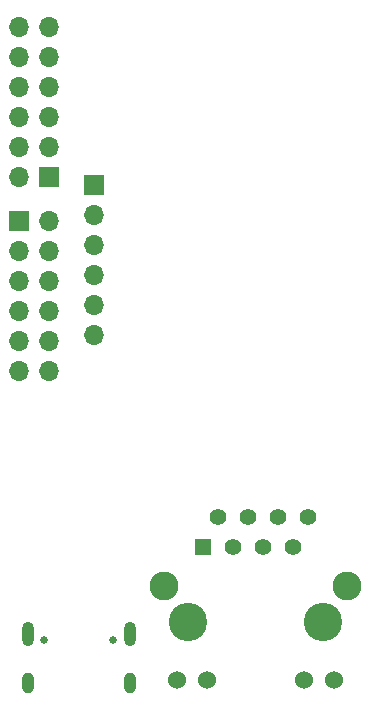
<source format=gbr>
%TF.GenerationSoftware,KiCad,Pcbnew,8.0.3*%
%TF.CreationDate,2024-11-02T12:13:14+01:00*%
%TF.ProjectId,ESP-Now-Gateway,4553502d-4e6f-4772-9d47-617465776179,rev?*%
%TF.SameCoordinates,Original*%
%TF.FileFunction,Soldermask,Bot*%
%TF.FilePolarity,Negative*%
%FSLAX46Y46*%
G04 Gerber Fmt 4.6, Leading zero omitted, Abs format (unit mm)*
G04 Created by KiCad (PCBNEW 8.0.3) date 2024-11-02 12:13:14*
%MOMM*%
%LPD*%
G01*
G04 APERTURE LIST*
%ADD10R,1.700000X1.700000*%
%ADD11O,1.700000X1.700000*%
%ADD12C,3.250000*%
%ADD13R,1.398000X1.398000*%
%ADD14C,1.398000*%
%ADD15C,1.530000*%
%ADD16C,2.445000*%
%ADD17C,0.650000*%
%ADD18O,1.000000X2.100000*%
%ADD19O,1.000000X1.800000*%
G04 APERTURE END LIST*
D10*
%TO.C,J5*%
X104300000Y-81600000D03*
D11*
X106840000Y-81600000D03*
X104300000Y-84140000D03*
X106840000Y-84140000D03*
X104300000Y-86680000D03*
X106840000Y-86680000D03*
X104300000Y-89220000D03*
X106840000Y-89220000D03*
X104300000Y-91760000D03*
X106840000Y-91760000D03*
X104300000Y-94300000D03*
X106840000Y-94300000D03*
%TD*%
D10*
%TO.C,J4*%
X106800000Y-77900000D03*
D11*
X104260000Y-77900000D03*
X106800000Y-75360000D03*
X104260000Y-75360000D03*
X106800000Y-72820000D03*
X104260000Y-72820000D03*
X106800000Y-70280000D03*
X104260000Y-70280000D03*
X106800000Y-67740000D03*
X104260000Y-67740000D03*
X106800000Y-65200000D03*
X104260000Y-65200000D03*
%TD*%
D10*
%TO.C,J2*%
X110650000Y-78600000D03*
D11*
X110650000Y-81140000D03*
X110650000Y-83680000D03*
X110650000Y-86220000D03*
X110650000Y-88760000D03*
X110650000Y-91300000D03*
%TD*%
D12*
%TO.C,J1*%
X130000000Y-115600000D03*
X118570000Y-115600000D03*
D13*
X119835000Y-109250000D03*
D14*
X121105000Y-106710000D03*
X122375000Y-109250000D03*
X123645000Y-106710000D03*
X124915000Y-109250000D03*
X126185000Y-106710000D03*
X127455000Y-109250000D03*
X128725000Y-106710000D03*
D15*
X117660000Y-120500000D03*
X120200000Y-120500000D03*
X128370000Y-120500000D03*
X130910000Y-120500000D03*
D16*
X116540000Y-112550000D03*
X132030000Y-112550000D03*
%TD*%
D17*
%TO.C,USBC1*%
X106430000Y-117092500D03*
X112210000Y-117092500D03*
D18*
X105000000Y-116592500D03*
D19*
X105000000Y-120772500D03*
X113640000Y-120772500D03*
D18*
X113640000Y-116592500D03*
%TD*%
M02*

</source>
